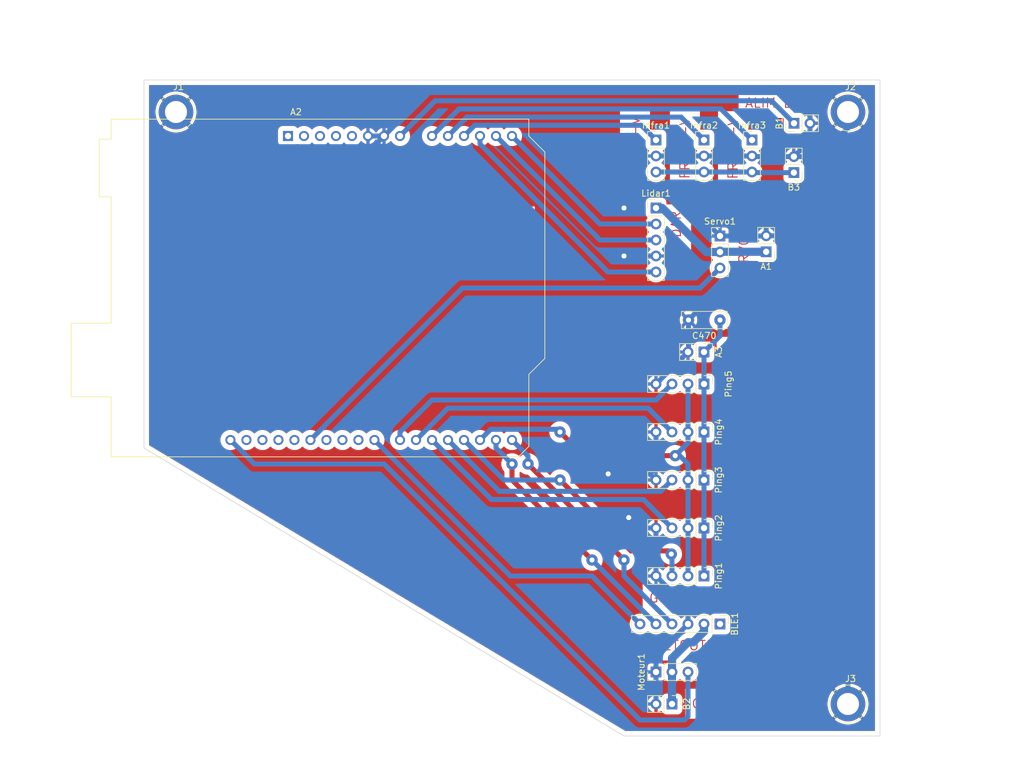
<source format=kicad_pcb>
(kicad_pcb (version 20211014) (generator pcbnew)
  (layers (0 "F.Cu" signal) (31 "B.Cu" signal) (34 "B.Paste" user) (35 "F.Paste" user) (36 "B.SilkS" user "B.Silkscreen") (37 "F.SilkS" user "F.Silkscreen") (38 "B.Mask" user) (39 "F.Mask" user) (44 "Edge.Cuts" user))
  (net 0 "")
  (net 6 "GND")
  (net 7 "/5V_Carte")
  (net 8 "/I3")
  (net 9 "/I2")
  (net 10 "/I1")
  (net 11 "/PWM_Lidar")
  (net 12 "/TX_Lidar")
  (net 13 "/RX_Lidar")
  (net 14 "/RX_BLE")
  (net 15 "/TX_BLE")
  (net 16 "/Trig_Cmd")
  (net 17 "/P1")
  (net 18 "/P3")
  (net 19 "/P2")
  (net 20 "/P4")
  (net 21 "/P5")
  (net 22 "/STATE_BLE")
  (net 26 "/Servo_Cmd")
  (net 30 "/M_Cmd")
  (net 31 "/5V_LID{slash}SRVO")
  (net 32 "/5V_BLE{slash}MOT")
  (net 34 "/5V_PNG")
  (net 35 "/5V_INF")
  (footprint "FootprintGamelGe2:C_Rect_L7.0mm_W2.5mm_P5.00mm" (layer "F.Cu") (at 200.66 88.9 180)
    (fp_text reference "C470" (at 2.5 -2.5) (layer "F.SilkS"))
    (fp_text value "C")
    (fp_line (start -1.12 1.37) (end 6.12 1.37) (layer "F.SilkS") (width 0.12))
    (fp_line (start 6.12 -1.37) (end 6.12 1.37) (layer "F.SilkS") (width 0.12))
    (fp_line (start -1.12 -1.37) (end 6.12 -1.37) (layer "F.SilkS") (width 0.12))
    (fp_line (start -1.12 -1.37) (end -1.12 1.37) (layer "F.SilkS") (width 0.12))
    (pad "1" thru_hole circle locked (at 0 0 180) (size 1.8 1.8) (drill 0.8) (layers *.Cu *.Mask) (net 34 "/5V_PNG"))
    (pad "2" thru_hole circle locked (at 5 0 180) (size 1.8 1.8) (drill 0.8) (layers *.Cu *.Mask) (net 6 "GND"))
  )
  (footprint "Connector_PinHeader_2.54mm:PinHeader_1x02_P2.54mm_Vertical" (layer "F.Cu") (at 193.04 149.86 -90)
    (fp_text reference "B2" (at 0 -2.33 90) (layer "F.SilkS"))
    (fp_text value "Conn_01x02" hide)
    (fp_line (start 1.33 1.27) (end 1.33 3.87) (layer "F.SilkS") (width 0.12))
    (fp_line (start -1.33 3.87) (end 1.33 3.87) (layer "F.SilkS") (width 0.12))
    (fp_line (start -1.33 1.27) (end 1.33 1.27) (layer "F.SilkS") (width 0.12))
    (fp_line (start -1.33 0) (end -1.33 -1.33) (layer "F.SilkS") (width 0.12))
    (fp_line (start -1.33 1.27) (end -1.33 3.87) (layer "F.SilkS") (width 0.12))
    (fp_line (start -1.33 -1.33) (end 0 -1.33) (layer "F.SilkS") (width 0.12))
    (pad "1" thru_hole rect (at 0 0 270) (size 1.7 1.7) (drill 1) (layers *.Cu *.Mask) (net 32 "/5V_BLE{slash}MOT"))
    (pad "2" thru_hole oval (at 0 2.54 270) (size 1.7 1.7) (drill 1) (layers *.Cu *.Mask) (net 6 "GND"))
  )
  (footprint "Connector_PinHeader_2.54mm:PinHeader_1x02_P2.54mm_Vertical" (layer "F.Cu") (at 198.12 93.98 -90)
    (fp_text reference "A3" (at 0 -2.33 90) (layer "F.SilkS"))
    (fp_text value "Conn_01x02" hide)
    (fp_line (start -1.33 0) (end -1.33 -1.33) (layer "F.SilkS") (width 0.12))
    (fp_line (start -1.33 1.27) (end 1.33 1.27) (layer "F.SilkS") (width 0.12))
    (fp_line (start -1.33 3.87) (end 1.33 3.87) (layer "F.SilkS") (width 0.12))
    (fp_line (start -1.33 1.27) (end -1.33 3.87) (layer "F.SilkS") (width 0.12))
    (fp_line (start 1.33 1.27) (end 1.33 3.87) (layer "F.SilkS") (width 0.12))
    (fp_line (start -1.33 -1.33) (end 0 -1.33) (layer "F.SilkS") (width 0.12))
    (pad "1" thru_hole rect (at 0 0 270) (size 1.7 1.7) (drill 1) (layers *.Cu *.Mask) (net 34 "/5V_PNG"))
    (pad "2" thru_hole oval (at 0 2.54 270) (size 1.7 1.7) (drill 1) (layers *.Cu *.Mask) (net 6 "GND"))
  )
  (footprint "Connector_PinHeader_2.54mm:PinHeader_1x04_P2.54mm_Vertical" (layer "F.Cu") (at 198.12 121.92 -90)
    (fp_text reference "Ping2" (at 0 -2.33 90) (layer "F.SilkS"))
    (fp_text value "Conn_01x04" hide)
    (fp_line (start -1.33 -1.33) (end 0 -1.33) (layer "F.SilkS") (width 0.12))
    (fp_line (start -1.33 1.27) (end -1.33 8.95) (layer "F.SilkS") (width 0.12))
    (fp_line (start -1.33 0) (end -1.33 -1.33) (layer "F.SilkS") (width 0.12))
    (fp_line (start -1.33 1.27) (end 1.33 1.27) (layer "F.SilkS") (width 0.12))
    (fp_line (start 1.33 1.27) (end 1.33 8.95) (layer "F.SilkS") (width 0.12))
    (fp_line (start -1.33 8.95) (end 1.33 8.95) (layer "F.SilkS") (width 0.12))
    (pad "1" thru_hole rect (at 0 0 270) (size 1.7 1.7) (drill 1) (layers *.Cu *.Mask) (net 34 "/5V_PNG"))
    (pad "2" thru_hole oval (at 0 2.54 270) (size 1.7 1.7) (drill 1) (layers *.Cu *.Mask) (net 16 "/Trig_Cmd"))
    (pad "3" thru_hole oval (at 0 5.08 270) (size 1.7 1.7) (drill 1) (layers *.Cu *.Mask) (net 19 "/P2"))
    (pad "4" thru_hole oval (at 0 7.62 270) (size 1.7 1.7) (drill 1) (layers *.Cu *.Mask) (net 6 "GND"))
  )
  (footprint "Connector_PinHeader_2.54mm:PinHeader_1x03_P2.54mm_Vertical" (layer "F.Cu") (at 205.74 60.325)
    (fp_text reference locked "Infra3" (at 0 -2.33) (layer "F.SilkS"))
    (fp_text value "Conn_01x03" hide)
    (fp_line (start -1.33 6.41) (end 1.33 6.41) (layer "F.SilkS") (width 0.12))
    (fp_line (start -1.33 -1.33) (end 0 -1.33) (layer "F.SilkS") (width 0.12))
    (fp_line (start -1.33 0) (end -1.33 -1.33) (layer "F.SilkS") (width 0.12))
    (fp_line (start 1.33 1.27) (end 1.33 6.41) (layer "F.SilkS") (width 0.12))
    (fp_line (start -1.33 1.27) (end -1.33 6.41) (layer "F.SilkS") (width 0.12))
    (fp_line (start -1.33 1.27) (end 1.33 1.27) (layer "F.SilkS") (width 0.12))
    (pad "1" thru_hole rect (at 0 0) (size 1.7 1.7) (drill 1) (layers *.Cu *.Mask) (net 8 "/I3"))
    (pad "2" thru_hole oval (at 0 2.54) (size 1.7 1.7) (drill 1) (layers *.Cu *.Mask) (net 6 "GND"))
    (pad "3" thru_hole oval (at 0 5.08) (size 1.7 1.7) (drill 1) (layers *.Cu *.Mask) (net 35 "/5V_INF"))
  )
  (footprint "FootprintGamelGe2:Mouting_Screw_3mm" (layer "F.Cu") (at 114.3 55.88)
    (fp_text reference "J1" (at 0.4 -4) (layer "F.SilkS"))
    (fp_text value "Mouting_Screw_3mm")
    (fp_circle (center 0 0) (end 3 0) (layer "F.SilkS") (width 0.12) (fill none))
    (pad "1" thru_hole circle locked (at 0 0) (size 5.5 5.5) (drill 3.5) (layers *.Cu *.Mask) (net 6 "GND"))
  )
  (footprint "Connector_PinHeader_2.54mm:PinHeader_1x06_P2.54mm_Vertical" (layer "F.Cu") (at 200.66 137.16 -90)
    (fp_text reference "BLE1" (at 0 -2.33 90) (layer "F.SilkS"))
    (fp_text value "Conn_01x06" hide)
    (fp_line (start -1.33 -1.33) (end 0 -1.33) (layer "F.SilkS") (width 0.12))
    (fp_line (start -1.33 1.27) (end -1.33 14.03) (layer "F.SilkS") (width 0.12))
    (fp_line (start -1.33 0) (end -1.33 -1.33) (layer "F.SilkS") (width 0.12))
    (fp_line (start -1.33 14.03) (end 1.33 14.03) (layer "F.SilkS") (width 0.12))
    (fp_line (start -1.33 1.27) (end 1.33 1.27) (layer "F.SilkS") (width 0.12))
    (fp_line (start 1.33 1.27) (end 1.33 14.03) (layer "F.SilkS") (width 0.12))
    (pad "1" thru_hole rect (at 0 0 270) (size 1.7 1.7) (drill 1) (layers *.Cu *.Mask))
    (pad "2" thru_hole oval (at 0 2.54 270) (size 1.7 1.7) (drill 1) (layers *.Cu *.Mask) (net 32 "/5V_BLE{slash}MOT"))
    (pad "3" thru_hole oval (at 0 5.08 270) (size 1.7 1.7) (drill 1) (layers *.Cu *.Mask) (net 6 "GND"))
    (pad "4" thru_hole oval (at 0 7.62 270) (size 1.7 1.7) (drill 1) (layers *.Cu *.Mask) (net 15 "/TX_BLE"))
    (pad "5" thru_hole oval (at 0 10.16 270) (size 1.7 1.7) (drill 1) (layers *.Cu *.Mask) (net 14 "/RX_BLE"))
    (pad "6" thru_hole oval (at 0 12.7 270) (size 1.7 1.7) (drill 1) (layers *.Cu *.Mask) (net 22 "/STATE_BLE"))
  )
  (footprint "Connector_PinHeader_2.54mm:PinHeader_1x04_P2.54mm_Vertical" (layer "F.Cu") (at 198.12 129.54 -90)
    (fp_text reference "Ping1" (at 0 -2.33 90) (layer "F.SilkS"))
    (fp_text value "Conn_01x04" hide)
    (fp_line (start -1.33 -1.33) (end 0 -1.33) (layer "F.SilkS") (width 0.12))
    (fp_line (start 1.33 1.27) (end 1.33 8.95) (layer "F.SilkS") (width 0.12))
    (fp_line (start -1.33 0) (end -1.33 -1.33) (layer "F.SilkS") (width 0.12))
    (fp_line (start -1.33 8.95) (end 1.33 8.95) (layer "F.SilkS") (width 0.12))
    (fp_line (start -1.33 1.27) (end -1.33 8.95) (layer "F.SilkS") (width 0.12))
    (fp_line (start -1.33 1.27) (end 1.33 1.27) (layer "F.SilkS") (width 0.12))
    (pad "1" thru_hole rect (at 0 0 270) (size 1.7 1.7) (drill 1) (layers *.Cu *.Mask) (net 34 "/5V_PNG"))
    (pad "2" thru_hole oval (at 0 2.54 270) (size 1.7 1.7) (drill 1) (layers *.Cu *.Mask) (net 16 "/Trig_Cmd"))
    (pad "3" thru_hole oval (at 0 5.08 270) (size 1.7 1.7) (drill 1) (layers *.Cu *.Mask) (net 17 "/P1"))
    (pad "4" thru_hole oval (at 0 7.62 270) (size 1.7 1.7) (drill 1) (layers *.Cu *.Mask) (net 6 "GND"))
  )
  (footprint "Connector_PinHeader_2.54mm:PinHeader_1x02_P2.54mm_Vertical" (layer "F.Cu") (at 212.40985 57.667361 90)
    (fp_text reference "B1" (at 0 -2.33 90) (layer "F.SilkS"))
    (fp_text value "Conn_01x02" hide)
    (fp_line (start -1.33 1.27) (end 1.33 1.27) (layer "F.SilkS") (width 0.12))
    (fp_line (start -1.33 1.27) (end -1.33 3.87) (layer "F.SilkS") (width 0.12))
    (fp_line (start -1.33 0) (end -1.33 -1.33) (layer "F.SilkS") (width 0.12))
    (fp_line (start -1.33 3.87) (end 1.33 3.87) (layer "F.SilkS") (width 0.12))
    (fp_line (start -1.33 -1.33) (end 0 -1.33) (layer "F.SilkS") (width 0.12))
    (fp_line (start 1.33 1.27) (end 1.33 3.87) (layer "F.SilkS") (width 0.12))
    (pad "1" thru_hole rect (at 0 0 90) (size 1.7 1.7) (drill 1) (layers *.Cu *.Mask) (net 7 "/5V_Carte"))
    (pad "2" thru_hole oval (at 0 2.54 90) (size 1.7 1.7) (drill 1) (layers *.Cu *.Mask) (net 6 "GND"))
  )
  (footprint "Module:Arduino_UNO_R3" (layer "F.Cu") (at 132.08 59.69)
    (fp_text reference "A2" (at 1.27 -3.81 180) (layer "F.SilkS"))
    (fp_text value "Arduino_UNO_R3")
    (fp_line (start 40.77 35.31) (end 40.77 2.54) (layer "F.SilkS") (width 0.12))
    (fp_line (start -29.97 9.65) (end -28.07 9.65) (layer "F.SilkS") (width 0.12))
    (fp_line (start 38.23 49.28) (end 38.23 37.85) (layer "F.SilkS") (width 0.12))
    (fp_line (start -34.42 29.72) (end -34.42 41.4) (layer "F.SilkS") (width 0.12))
    (fp_line (start -28.07 9.65) (end -28.07 29.72) (layer "F.SilkS") (width 0.12))
    (fp_line (start 38.23 37.85) (end 40.77 35.31) (layer "F.SilkS") (width 0.12))
    (fp_line (start -34.42 41.4) (end -28.07 41.4) (layer "F.SilkS") (width 0.12))
    (fp_line (start -28.07 0.51) (end -29.97 0.51) (layer "F.SilkS") (width 0.12))
    (fp_line (start -28.07 50.93) (end 36.58 50.93) (layer "F.SilkS") (width 0.12))
    (fp_line (start -28.07 -2.67) (end -28.07 0.51) (layer "F.SilkS") (width 0.12))
    (fp_line (start 38.23 0) (end 38.23 -2.67) (layer "F.SilkS") (width 0.12))
    (fp_line (start -28.07 41.4) (end -28.07 50.93) (layer "F.SilkS") (width 0.12))
    (fp_line (start 38.23 -2.67) (end -28.07 -2.67) (layer "F.SilkS") (width 0.12))
    (fp_line (start 36.58 50.93) (end 38.23 49.28) (layer "F.SilkS") (width 0.12))
    (fp_line (start -29.97 0.51) (end -29.97 9.65) (layer "F.SilkS") (width 0.12))
    (fp_line (start 40.77 2.54) (end 38.23 0) (layer "F.SilkS") (width 0.12))
    (fp_line (start -28.07 29.72) (end -34.42 29.72) (layer "F.SilkS") (width 0.12))
    (pad "1" thru_hole rect (at 0 0 90) (size 1.6 1.6) (drill 1) (layers *.Cu *.Mask))
    (pad "2" thru_hole oval (at 2.54 0 90) (size 1.6 1.6) (drill 1) (layers *.Cu *.Mask))
    (pad "3" thru_hole oval (at 5.08 0 90) (size 1.6 1.6) (drill 1) (layers *.Cu *.Mask))
    (pad "4" thru_hole oval (at 7.62 0 90) (size 1.6 1.6) (drill 1) (layers *.Cu *.Mask))
    (pad "5" thru_hole oval (at 10.16 0 90) (size 1.6 1.6) (drill 1) (layers *.Cu *.Mask))
    (pad "6" thru_hole oval (at 12.7 0 90) (size 1.6 1.6) (drill 1) (layers *.Cu *.Mask) (net 6 "GND"))
    (pad "7" thru_hole oval (at 15.24 0 90) (size 1.6 1.6) (drill 1) (layers *.Cu *.Mask) (net 6 "GND"))
    (pad "8" thru_hole oval (at 17.78 0 90) (size 1.6 1.6) (drill 1) (layers *.Cu *.Mask) (net 7 "/5V_Carte"))
    (pad "9" thru_hole oval (at 22.86 0 90) (size 1.6 1.6) (drill 1) (layers *.Cu *.Mask) (net 8 "/I3"))
    (pad "10" thru_hole oval (at 25.4 0 90) (size 1.6 1.6) (drill 1) (layers *.Cu *.Mask) (net 9 "/I2"))
    (pad "11" thru_hole oval (at 27.94 0 90) (size 1.6 1.6) (drill 1) (layers *.Cu *.Mask) (net 10 "/I1"))
    (pad "12" thru_hole oval (at 30.48 0 90) (size 1.6 1.6) (drill 1) (layers *.Cu *.Mask) (net 11 "/PWM_Lidar"))
    (pad "13" thru_hole oval (at 33.02 0 90) (size 1.6 1.6) (drill 1) (layers *.Cu *.Mask) (net 13 "/RX_Lidar"))
    (pad "14" thru_hole oval (at 35.56 0 90) (size 1.6 1.6) (drill 1) (layers *.Cu *.Mask) (net 12 "/TX_Lidar"))
    (pad "15" thru_hole oval (at 35.56 48.26 90) (size 1.6 1.6) (drill 1) (layers *.Cu *.Mask) (net 15 "/TX_BLE"))
    (pad "16" thru_hole oval (at 33.02 48.26 90) (size 1.6 1.6) (drill 1) (layers *.Cu *.Mask) (net 14 "/RX_BLE"))
    (pad "17" thru_hole oval (at 30.48 48.26 90) (size 1.6 1.6) (drill 1) (layers *.Cu *.Mask) (net 16 "/Trig_Cmd"))
    (pad "18" thru_hole oval (at 27.94 48.26 90) (size 1.6 1.6) (drill 1) (layers *.Cu *.Mask) (net 17 "/P1"))
    (pad "19" thru_hole oval (at 25.4 48.26 90) (size 1.6 1.6) (drill 1) (layers *.Cu *.Mask) (net 18 "/P3"))
    (pad "20" thru_hole oval (at 22.86 48.26 90) (size 1.6 1.6) (drill 1) (layers *.Cu *.Mask) (net 19 "/P2"))
    (pad "21" thru_hole oval (at 20.32 48.26 90) (size 1.6 1.6) (drill 1) (layers *.Cu *.Mask) (net 20 "/P4"))
    (pad "22" thru_hole oval (at 17.78 48.26 90) (size 1.6 1.6) (drill 1) (layers *.Cu *.Mask) (net 21 "/P5"))
    (pad "23" thru_hole oval (at 13.72 48.26 90) (size 1.6 1.6) (drill 1) (layers *.Cu *.Mask) (net 22 "/STATE_BLE"))
    (pad "24" thru_hole oval (at 11.18 48.26 90) (size 1.6 1.6) (drill 1) (layers *.Cu *.Mask))
    (pad "25" thru_hole oval (at 8.64 48.26 90) (size 1.6 1.6) (drill 1) (layers *.Cu *.Mask))
    (pad "26" thru_hole oval (at 6.1 48.26 90) (size 1.6 1.6) (drill 1) (layers *.Cu *.Mask))
    (pad "27" thru_hole oval (at 3.56 48.26 90) (size 1.6 1.6) (drill 1) (layers *.Cu *.Mask) (net 26 "/Servo_Cmd"))
    (pad "28" thru_hole oval (at 1.02 48.26 90) (size 1.6 1.6) (drill 1) (layers *.Cu *.Mask))
    (pad "29" thru_hole oval (at -1.52 48.26 90) (size 1.6 1.6) (drill 1) (layers *.Cu *.Mask))
    (pad "30" thru_hole oval (at -4.06 48.26 90) (size 1.6 1.6) (drill 1) (layers *.Cu *.Mask))
    (pad "31" thru_hole oval (at -6.6 48.26 90) (size 1.6 1.6) (drill 1) (layers *.Cu *.Mask))
    (pad "32" thru_hole oval (at -9.14 48.26 90) (size 1.6 1.6) (drill 1) (layers *.Cu *.Mask) (net 30 "/M_Cmd"))
  )
  (footprint "Connector_PinHeader_2.54mm:PinHeader_1x03_P2.54mm_Vertical" (layer "F.Cu") (at 190.5 144.78 90)
    (fp_text reference "Moteur1" (at 0 -2.33 90) (layer "F.SilkS"))
    (fp_text value "Conn_01x03" hide)
    (fp_line (start -1.33 0) (end -1.33 -1.33) (layer "F.SilkS") (width 0.12))
    (fp_line (start -1.33 1.27) (end 1.33 1.27) (layer "F.SilkS") (width 0.12))
    (fp_line (start -1.33 -1.33) (end 0 -1.33) (layer "F.SilkS") (width 0.12))
    (fp_line (start -1.33 6.41) (end 1.33 6.41) (layer "F.SilkS") (width 0.12))
    (fp_line (start -1.33 1.27) (end -1.33 6.41) (layer "F.SilkS") (width 0.12))
    (fp_line (start 1.33 1.27) (end 1.33 6.41) (layer "F.SilkS") (width 0.12))
    (pad "1" thru_hole rect (at 0 0 90) (size 1.7 1.7) (drill 1) (layers *.Cu *.Mask) (net 6 "GND"))
    (pad "2" thru_hole oval (at 0 2.54 90) (size 1.7 1.7) (drill 1) (layers *.Cu *.Mask) (net 32 "/5V_BLE{slash}MOT"))
    (pad "3" thru_hole oval (at 0 5.08 90) (size 1.7 1.7) (drill 1) (layers *.Cu *.Mask) (net 30 "/M_Cmd"))
  )
  (footprint "FootprintGamelGe2:Mouting_Screw_3mm" (layer "F.Cu") (at 220.98 55.88)
    (fp_text reference "J2" (at 0.4 -4) (layer "F.SilkS"))
    (fp_text value "Mouting_Screw_3mm")
    (fp_circle (center 0 0) (end 3 0) (layer "F.SilkS") (width 0.12) (fill none))
    (pad "1" thru_hole circle locked (at 0 0) (size 5.5 5.5) (drill 3.5) (layers *.Cu *.Mask) (net 6 "GND"))
  )
  (footprint "Connector_PinHeader_2.54mm:PinHeader_1x02_P2.54mm_Vertical" (layer "F.Cu") (at 212.38252 65.501284 180)
    (fp_text reference "B3" (at 0 -2.33) (layer "F.SilkS"))
    (fp_text value "Conn_01x02" hide)
    (fp_line (start -1.33 0) (end -1.33 -1.33) (layer "F.SilkS") (width 0.12))
    (fp_line (start -1.33 1.27) (end -1.33 3.87) (layer "F.SilkS") (width 0.12))
    (fp_line (start -1.33 1.27) (end 1.33 1.27) (layer "F.SilkS") (width 0.12))
    (fp_line (start -1.33 -1.33) (end 0 -1.33) (layer "F.SilkS") (width 0.12))
    (fp_line (start 1.33 1.27) (end 1.33 3.87) (layer "F.SilkS") (width 0.12))
    (fp_line (start -1.33 3.87) (end 1.33 3.87) (layer "F.SilkS") (width 0.12))
    (pad "1" thru_hole rect (at 0 0 180) (size 1.7 1.7) (drill 1) (layers *.Cu *.Mask) (net 35 "/5V_INF"))
    (pad "2" thru_hole oval (at 0 2.54 180) (size 1.7 1.7) (drill 1) (layers *.Cu *.Mask) (net 6 "GND"))
  )
  (footprint "Connector_PinHeader_2.54mm:PinHeader_1x03_P2.54mm_Vertical" (layer "F.Cu") (at 200.66 75.565)
    (fp_text reference "Servo1" (at 0 -2.33) (layer "F.SilkS"))
    (fp_text value "Conn_01x03" hide)
    (fp_line (start -1.33 -1.33) (end 0 -1.33) (layer "F.SilkS") (width 0.12))
    (fp_line (start -1.33 1.27) (end 1.33 1.27) (layer "F.SilkS") (width 0.12))
    (fp_line (start 1.33 1.27) (end 1.33 6.41) (layer "F.SilkS") (width 0.12))
    (fp_line (start -1.33 0) (end -1.33 -1.33) (layer "F.SilkS") (width 0.12))
    (fp_line (start -1.33 6.41) (end 1.33 6.41) (layer "F.SilkS") (width 0.12))
    (fp_line (start -1.33 1.27) (end -1.33 6.41) (layer "F.SilkS") (width 0.12))
    (pad "1" thru_hole rect (at 0 0) (size 1.7 1.7) (drill 1) (layers *.Cu *.Mask) (net 6 "GND"))
    (pad "2" thru_hole oval (at 0 2.54) (size 1.7 1.7) (drill 1) (layers *.Cu *.Mask) (net 31 "/5V_LID{slash}SRVO"))
    (pad "3" thru_hole oval (at 0 5.08) (size 1.7 1.7) (drill 1) (layers *.Cu *.Mask) (net 26 "/Servo_Cmd"))
  )
  (footprint "Connector_PinHeader_2.54mm:PinHeader_1x03_P2.54mm_Vertical" (layer "F.Cu") (at 190.5 60.325)
    (fp_text reference "Infra1" (at 0 -2.33) (layer "F.SilkS"))
    (fp_text value "Conn_01x03" hide)
    (fp_line (start -1.33 1.27) (end 1.33 1.27) (layer "F.SilkS") (width 0.12))
    (fp_line (start -1.33 6.41) (end 1.33 6.41) (layer "F.SilkS") (width 0.12))
    (fp_line (start -1.33 1.27) (end -1.33 6.41) (layer "F.SilkS") (width 0.12))
    (fp_line (start -1.33 0) (end -1.33 -1.33) (layer "F.SilkS") (width 0.12))
    (fp_line (start 1.33 1.27) (end 1.33 6.41) (layer "F.SilkS") (width 0.12))
    (fp_line (start -1.33 -1.33) (end 0 -1.33) (layer "F.SilkS") (width 0.12))
    (pad "1" thru_hole rect (at 0 0) (size 1.7 1.7) (drill 1) (layers *.Cu *.Mask) (net 10 "/I1"))
    (pad "2" thru_hole oval (at 0 2.54) (size 1.7 1.7) (drill 1) (layers *.Cu *.Mask) (net 6 "GND"))
    (pad "3" thru_hole oval (at 0 5.08) (size 1.7 1.7) (drill 1) (layers *.Cu *.Mask) (net 35 "/5V_INF"))
  )
  (footprint "FootprintGamelGe2:Mouting_Screw_3mm" (layer "F.Cu") (at 220.98 149.86)
    (fp_text reference "J3" (at 0.4 -4) (layer "F.SilkS"))
    (fp_text value "Mouting_Screw_3mm")
    (fp_circle (center 0 0) (end 3 0) (layer "F.SilkS") (width 0.12) (fill none))
    (pad "1" thru_hole circle locked (at 0 0) (size 5.5 5.5) (drill 3.5) (layers *.Cu *.Mask) (net 6 "GND"))
  )
  (footprint "Connector_PinHeader_2.54mm:PinHeader_1x04_P2.54mm_Vertical" (layer "F.Cu") (at 198.12 99.06 -90)
    (fp_text reference "Ping5" (at 0 -3.875693 90) (layer "F.SilkS"))
    (fp_text value "Conn_01x04" hide)
    (fp_line (start -1.33 0) (end -1.33 -1.33) (layer "F.SilkS") (width 0.12))
    (fp_line (start -1.33 1.27) (end 1.33 1.27) (layer "F.SilkS") (width 0.12))
    (fp_line (start -1.33 -1.33) (end 0 -1.33) (layer "F.SilkS") (width 0.12))
    (fp_line (start -1.33 8.95) (end 1.33 8.95) (layer "F.SilkS") (width 0.12))
    (fp_line (start 1.33 1.27) (end 1.33 8.95) (layer "F.SilkS") (width 0.12))
    (fp_line (start -1.33 1.27) (end -1.33 8.95) (layer "F.SilkS") (width 0.12))
    (pad "1" thru_hole rect (at 0 0 270) (size 1.7 1.7) (drill 1) (layers *.Cu *.Mask) (net 34 "/5V_PNG"))
    (pad "2" thru_hole oval (at 0 2.54 270) (size 1.7 1.7) (drill 1) (layers *.Cu *.Mask) (net 16 "/Trig_Cmd"))
    (pad "3" thru_hole oval (at 0 5.08 270) (size 1.7 1.7) (drill 1) (layers *.Cu *.Mask) (net 21 "/P5"))
    (pad "4" thru_hole oval (at 0 7.62 270) (size 1.7 1.7) (drill 1) (layers *.Cu *.Mask) (net 6 "GND"))
  )
  (footprint "Connector_PinHeader_2.54mm:PinHeader_1x03_P2.54mm_Vertical" (layer "F.Cu") (at 198.12 60.325)
    (fp_text reference "Infra2" (at 0 -2.33) (layer "F.SilkS"))
    (fp_text value "Conn_01x03" hide)
    (fp_line (start -1.33 6.41) (end 1.33 6.41) (layer "F.SilkS") (width 0.12))
    (fp_line (start 1.33 1.27) (end 1.33 6.41) (layer "F.SilkS") (width 0.12))
    (fp_line (start -1.33 0) (end -1.33 -1.33) (layer "F.SilkS") (width 0.12))
    (fp_line (start -1.33 -1.33) (end 0 -1.33) (layer "F.SilkS") (width 0.12))
    (fp_line (start -1.33 1.27) (end 1.33 1.27) (layer "F.SilkS") (width 0.12))
    (fp_line (start -1.33 1.27) (end -1.33 6.41) (layer "F.SilkS") (width 0.12))
    (pad "1" thru_hole rect (at 0 0) (size 1.7 1.7) (drill 1) (layers *.Cu *.Mask) (net 9 "/I2"))
    (pad "2" thru_hole oval (at 0 2.54) (size 1.7 1.7) (drill 1) (layers *.Cu *.Mask) (net 6 "GND"))
    (pad "3" thru_hole oval (at 0 5.08) (size 1.7 1.7) (drill 1) (layers *.Cu *.Mask) (net 35 "/5V_INF"))
  )
  (footprint "Connector_PinHeader_2.54mm:PinHeader_1x04_P2.54mm_Vertical" (layer "F.Cu") (at 198.12 106.68 -90)
    (fp_text reference "Ping4" (at 0 -2.33 90) (layer "F.SilkS"))
    (fp_text value "Conn_01x04" hide)
    (fp_line (start -1.33 0) (end -1.33 -1.33) (layer "F.SilkS") (width 0.12))
    (fp_line (start -1.33 -1.33) (end 0 -1.33) (layer "F.SilkS") (width 0.12))
    (fp_line (start -1.33 1.27) (end -1.33 8.95) (layer "F.SilkS") (width 0.12))
    (fp_line (start -1.33 8.95) (end 1.33 8.95) (layer "F.SilkS") (width 0.12))
    (fp_line (start 1.33 1.27) (end 1.33 8.95) (layer "F.SilkS") (width 0.12))
    (fp_line (start -1.33 1.27) (end 1.33 1.27) (layer "F.SilkS") (width 0.12))
    (pad "1" thru_hole rect (at 0 0 270) (size 1.7 1.7) (drill 1) (layers *.Cu *.Mask) (net 34 "/5V_PNG"))
    (pad "2" thru_hole oval (at 0 2.54 270) (size 1.7 1.7) (drill 1) (layers *.Cu *.Mask) (net 16 "/Trig_Cmd"))
    (pad "3" thru_hole oval (at 0 5.08 270) (size 1.7 1.7) (drill 1) (layers *.Cu *.Mask) (net 20 "/P4"))
    (pad "4" thru_hole oval (at 0 7.62 270) (size 1.7 1.7) (drill 1) (layers *.Cu *.Mask) (net 6 "GND"))
  )
  (footprint "Connector_PinHeader_2.54mm:PinHeader_1x04_P2.54mm_Vertical" (layer "F.Cu") (at 198.12 114.3 -90)
    (fp_text reference "Ping3" (at 0 -2.33 90) (layer "F.SilkS"))
    (fp_text value "Conn_01x04" hide)
    (fp_line (start -1.33 0) (end -1.33 -1.33) (layer "F.SilkS") (width 0.12))
    (fp_line (start -1.33 1.27) (end -1.33 8.95) (layer "F.SilkS") (width 0.12))
    (fp_line (start -1.33 -1.33) (end 0 -1.33) (layer "F.SilkS") (width 0.12))
    (fp_line (start 1.33 1.27) (end 1.33 8.95) (layer "F.SilkS") (width 0.12))
    (fp_line (start -1.33 8.95) (end 1.33 8.95) (layer "F.SilkS") (width 0.12))
    (fp_line (start -1.33 1.27) (end 1.33 1.27) (layer "F.SilkS") (width 0.12))
    (pad "1" thru_hole rect (at 0 0 270) (size 1.7 1.7) (drill 1) (layers *.Cu *.Mask) (net 34 "/5V_PNG"))
    (pad "2" thru_hole oval (at 0 2.54 270) (size 1.7 1.7) (drill 1) (layers *.Cu *.Mask) (net 16 "/Trig_Cmd"))
    (pad "3" thru_hole oval (at 0 5.08 270) (size 1.7 1.7) (drill 1) (layers *.Cu *.Mask) (net 18 "/P3"))
    (pad "4" thru_hole oval (at 0 7.62 270) (size 1.7 1.7) (drill 1) (layers *.Cu *.Mask) (net 6 "GND"))
  )
  (footprint "Connector_PinHeader_2.54mm:PinHeader_1x02_P2.54mm_Vertical" (layer "F.Cu") (at 207.99113 78.070643 180)
    (fp_text reference "A1" (at 0 -2.33) (layer "F.SilkS"))
    (fp_text value "Conn_01x02" hide)
    (fp_line (start -1.33 -1.33) (end 0 -1.33) (layer "F.SilkS") (width 0.12))
    (fp_line (start -1.33 3.87) (end 1.33 3.87) (layer "F.SilkS") (width 0.12))
    (fp_line (start -1.33 0) (end -1.33 -1.33) (layer "F.SilkS") (width 0.12))
    (fp_line (start 1.33 1.27) (end 1.33 3.87) (layer "F.SilkS") (width 0.12))
    (fp_line (start -1.33 1.27) (end -1.33 3.87) (layer "F.SilkS") (width 0.12))
    (fp_line (start -1.33 1.27) (end 1.33 1.27) (layer "F.SilkS") (width 0.12))
    (pad "1" thru_hole rect (at 0 0 180) (size 1.7 1.7) (drill 1) (layers *.Cu *.Mask) (net 31 "/5V_LID{slash}SRVO"))
    (pad "2" thru_hole oval (at 0 2.54 180) (size 1.7 1.7) (drill 1) (layers *.Cu *.Mask) (net 6 "GND"))
  )
  (footprint "Connector_PinHeader_2.54mm:PinHeader_1x05_P2.54mm_Vertical" (layer "F.Cu") (at 190.5 71.12)
    (fp_text reference "Lidar1" (at 0 -2.33) (layer "F.SilkS"))
    (fp_text value "Conn_01x05" hide)
    (fp_line (start -1.33 1.27) (end 1.33 1.27) (layer "F.SilkS") (width 0.12))
    (fp_line (start -1.33 0) (end -1.33 -1.33) (layer "F.SilkS") (width 0.12))
    (fp_line (start -1.33 -1.33) (end 0 -1.33) (layer "F.SilkS") (width 0.12))
    (fp_line (start -1.33 11.49) (end 1.33 11.49) (layer "F.SilkS") (width 0.12))
    (fp_line (start 1.33 1.27) (end 1.33 11.49) (layer "F.SilkS") (width 0.12))
    (fp_line (start -1.33 1.27) (end -1.33 11.49) (layer "F.SilkS") (width 0.12))
    (pad "1" thru_hole rect (at 0 0) (size 1.7 1.7) (drill 1) (layers *.Cu *.Mask) (net 31 "/5V_LID{slash}SRVO"))
    (pad "2" thru_hole oval (at 0 2.54) (size 1.7 1.7) (drill 1) (layers *.Cu *.Mask) (net 12 "/TX_Lidar"))
    (pad "3" thru_hole oval (at 0 5.08) (size 1.7 1.7) (drill 1) (layers *.Cu *.Mask) (net 13 "/RX_Lidar"))
    (pad "4" thru_hole oval (at 0 7.62) (size 1.7 1.7) (drill 1) (layers *.Cu *.Mask) (net 6 "GND"))
    (pad "5" thru_hole oval (at 0 10.16) (size 1.7 1.7) (drill 1) (layers *.Cu *.Mask) (net 11 "/PWM_Lidar"))
  )
  (gr_poly (pts (xy 226.06 154.94) (xy 185.42 154.94) (xy 109.22 109.22) (xy 109.22 50.8) (xy 226.06 50.8)) (layer "Edge.Cuts") (width 0.1) (fill none))
  (gr_text "INFRA 1-V\n" (at 187.163541 62.673015 90) (layer "F.Cu") (effects (font (size 1.5 1.5))))
  (gr_text "G-PING 2\n" (at 206.10325 121.973743) (layer "F.Cu") (effects (font (size 1.5 1.5))))
  (gr_text "ALIM B3-G" (at 215.72966 65.961034 90) (layer "F.Cu") (effects (font (size 1.5 1.5))))
  (gr_text "G-PING 5" (at 205.998313 99.097528) (layer "F.Cu") (effects (font (size 1.5 1.5))))
  (gr_text "INFRA 2-V" (at 195.092096 62.766292 90) (layer "F.Cu") (effects (font (size 1.5 1.5))))
  (gr_text "G-ALIM A1\n" (at 211.455025 77.445576 90) (layer "F.Cu") (effects (font (size 1.5 1.5))))
  (gr_text "G-MOTEUR\n" (at 204.074473 144.78) (layer "F.Cu") (effects (font (size 1.5 1.5))))
  (gr_text "BLUETOOTH-G" (at 195.376178 140.56866) (layer "F.Cu") (effects (font (size 1.5 1.5))))
  (gr_text "ALIM B1-G\n" (at 210.82 54.441309) (layer "F.Cu") (effects (font (size 1.5 1.5))))
  (gr_text "SERVO-G\n" (at 204.449808 77.449808 90) (layer "F.Cu") (effects (font (size 1.5 1.5))))
  (gr_text "G-PING 1\n" (at 195.018968 133.004972) (layer "F.Cu") (effects (font (size 1.5 1.5))))
  (gr_text "G-LIDAR\n" (at 193.692939 76.361433 90) (layer "F.Cu") (effects (font (size 1.5 1.5))))
  (gr_text "G-PING 4" (at 205.998313 106.722933) (layer "F.Cu") (effects (font (size 1.5 1.5))))
  (gr_text "SaphTeamRacing - Carte adaptation" (at 142.24 73.66) (layer "F.Cu") (effects (font (size 2 2))))
  (gr_text "G-PING 3\n" (at 206.243166 114.488254) (layer "F.Cu") (effects (font (size 1.5 1.5))))
  (gr_text "G-ALIM B2" (at 202.335488 149.81188) (layer "F.Cu") (effects (font (size 1.5 1.5))))
  (gr_text "G-ALim A3" (at 207.362491 93.955627) (layer "F.Cu") (effects (font (size 1.5 1.5))))
  (gr_text "INFRA 3-V" (at 202.723436 62.808714 90) (layer "F.Cu") (effects (font (size 1.5 1.5))))
  (segment (start 185.42 71.12) (end 185.42 78.74) (width 0.8) (layer "F.Cu") (net 6))
  (segment (start 186.169305 116.595413) (end 182.908155 113.334263) (width 0.8) (layer "F.Cu") (net 6))
  (segment (start 186.169305 120.264207) (end 186.169305 116.595413) (width 0.8) (layer "F.Cu") (net 6))
  (via (at 185.42 78.74) (size 1.8) (drill 0.8) (layers "F.Cu" "B.Cu") (net 6))
  (via (at 186.169305 120.264207) (size 1.8) (drill 0.8) (layers "F.Cu" "B.Cu") (net 6))
  (via (at 182.908155 113.334263) (size 1.8) (drill 0.8) (layers "F.Cu" "B.Cu") (net 6))
  (via (at 185.42 71.12) (size 1.8) (drill 0.8) (layers "F.Cu" "B.Cu") (net 6))
  (segment (start 205.836284 62.961284) (end 205.74 62.865) (width 0.8) (layer "B.Cu") (net 6))
  (segment (start 208.28 83.82) (end 210.82 86.36) (width 0.8) (layer "B.Cu") (net 6))
  (segment (start 189.534263 113.334263) (end 190.5 112.368526) (width 0.8) (layer "B.Cu") (net 6))
  (segment (start 214.94985 60.393954) (end 212.38252 62.961284) (width 0.8) (layer "B.Cu") (net 6))
  (segment (start 205.74 62.865) (end 198.12 62.865) (width 0.8) (layer "B.Cu") (net 6))
  (segment (start 182.908155 113.334263) (end 189.534263 113.334263) (width 0.8) (layer "B.Cu") (net 6))
  (segment (start 200.66 75.565) (end 207.956773 75.565) (width 0.8) (layer "B.Cu") (net 6))
  (segment (start 210.82 129.54) (end 220.98 139.7) (width 0.8) (layer "B.Cu") (net 6))
  (segment (start 187.96 68.58) (end 185.42 71.12) (width 0.8) (layer "B.Cu") (net 6))
  (segment (start 195.66 93.9) (end 195.58 93.98) (width 0.8) (layer "B.Cu") (net 6))
  (segment (start 211.276981 52.792411) (end 154.217589 52.792411) (width 0.8) (layer "B.Cu") (net 6))
  (segment (start 190.5 129.54) (end 190.5 121.92) (width 0.8) (layer "B.Cu") (net 6))
  (segment (start 207.99113 75.530643) (end 210.150643 75.530643) (width 0.8) (layer "B.Cu") (net 6))
  (segment (start 215.9 63.5) (end 215.9 68.58) (width 0.8) (layer "B.Cu") (net 6))
  (segment (start 212.38252 62.961284) (end 205.836284 62.961284) (width 0.8) (layer "B.Cu") (net 6))
  (segment (start 210.150643 75.530643) (end 210.82 76.2) (width 0.8) (layer "B.Cu") (net 6))
  (segment (start 214.94985 57.667361) (end 214.94985 60.393954) (width 0.8) (layer "B.Cu") (net 6))
  (segment (start 190.5 142.24) (end 195.58 137.16) (width 0.8) (layer "B.Cu") (net 6))
  (segment (start 210.82 86.36) (end 210.82 129.54) (width 0.8) (layer "B.Cu") (net 6))
  (segment (start 210.82 81.28) (end 208.28 83.82) (width 0.8) (layer "B.Cu") (net 6))
  (segment (start 193.675 68.58) (end 187.96 68.58) (width 0.8) (layer "B.Cu") (net 6))
  (segment (start 220.98 58.42) (end 215.9 63.5) (width 0.8) (layer "B.Cu") (net 6))
  (segment (start 190.5 144.78) (end 190.5 142.24) (width 0.8) (layer "B.Cu") (net 6))
  (segment (start 208.28 132.08) (end 210.82 129.54) (width 0.8) (layer "B.Cu") (net 6))
  (segment (start 190.5 62.865) (end 198.12 62.865) (width 0.8) (layer "B.Cu") (net 6))
  (segment (start 209.827596 69.572404) (end 207.99113 71.40887) (width 0.8) (layer "B.Cu") (net 6))
  (segment (start 145.620489 61.389511) (end 119.809511 61.389511) (width 0.8) (layer "B.Cu") (net 6))
  (segment (start 220.98 139.7) (end 220.98 149.86) (width 0.8) (layer "B.Cu") (net 6))
  (segment (start 147.32 59.69) (end 145.620489 61.389511) (width 0.8) (layer "B.Cu") (net 6))
  (segment (start 154.217589 52.792411) (end 147.32 59.69) (width 0.8) (layer "B.Cu") (net 6))
  (segment (start 198.12 132.08) (end 208.28 132.08) (width 0.8) (layer "B.Cu") (net 6))
  (segment (start 212.38252 62.961284) (end 215.361284 62.961284) (width 0.8) (layer "B.Cu") (net 6))
  (segment (start 210.82 76.2) (end 210.82 81.28) (width 0.8) (layer "B.Cu") (net 6))
  (segment (start 195.58 93.98) (end 190.5 99.06) (width 0.8) (layer "B.Cu") (net 6))
  (segment (start 200.66 75.565) (end 193.675 68.58) (width 0.8) (layer "B.Cu") (net 6))
  (segment (start 185.42 78.74) (end 190.5 78.74) (width 0.8) (layer "B.Cu") (net 6))
  (segment (start 190.5 149.86) (end 190.5 144.78) (width 0.8) (layer "B.Cu") (net 6))
  (segment (start 207.99113 71.40887) (end 207.99113 75.530643) (width 0.8) (layer "B.Cu") (net 6))
  (segment (start 215.361284 62.961284) (end 215.9 63.5) (width 0.8) (layer "B.Cu") (net 6))
  (segment (start 207.956773 75.565) (end 207.99113 75.530643) (width 0.8) (layer "B.Cu") (net 6))
  (segment (start 214.94985 56.46528) (end 211.276981 52.792411) (width 0.8) (layer "B.Cu") (net 6))
  (segment (start 147.32 59.69) (end 144.78 59.69) (width 0.8) (layer "B.Cu") (net 6))
  (segment (start 189.534263 113.334263) (end 190.5 114.3) (width 0.8) (layer "B.Cu") (net 6))
  (segment (start 187.825098 121.92) (end 186.169305 120.264207) (width 0.8) (layer "B.Cu") (net 6))
  (segment (start 200.74 83.82) (end 195.66 88.9) (width 0.8) (layer "B.Cu") (net 6))
  (segment (start 208.28 83.82) (end 200.74 83.82) (width 0.8) (layer "B.Cu") (net 6))
  (segment (start 195.66 88.9) (end 195.66 93.9) (width 0.8) (layer "B.Cu") (net 6))
  (segment (start 119.809511 61.389511) (end 114.3 55.88) (width 0.8) (layer "B.Cu") (net 6))
  (segment (start 190.5 121.92) (end 187.825098 121.92) (width 0.8) (layer "B.Cu") (net 6))
  (segment (start 195.58 134.62) (end 190.5 129.54) (width 0.8) (layer "B.Cu") (net 6))
  (segment (start 195.58 134.62) (end 198.12 132.08) (width 0.8) (layer "B.Cu") (net 6))
  (segment (start 220.98 55.88) (end 220.98 58.42) (width 0.8) (layer "B.Cu") (net 6))
  (segment (start 214.907596 69.572404) (end 209.827596 69.572404) (width 0.8) (layer "B.Cu") (net 6))
  (segment (start 195.58 137.16) (end 195.58 134.62) (width 0.8) (layer "B.Cu") (net 6))
  (segment (start 215.9 68.58) (end 214.907596 69.572404) (width 0.8) (layer "B.Cu") (net 6))
  (segment (start 190.5 112.368526) (end 190.5 106.68) (width 0.8) (layer "B.Cu") (net 6))
  (segment (start 214.94985 57.667361) (end 214.94985 56.46528) (width 0.8) (layer "B.Cu") (net 6))
  (segment (start 212.40985 57.667361) (end 208.83442 54.091931) (width 0.8) (layer "B.Cu") (net 7))
  (segment (start 155.458069 54.091931) (end 149.86 59.69) (width 0.8) (layer "B.Cu") (net 7))
  (segment (start 208.83442 54.091931) (end 155.458069 54.091931) (width 0.8) (layer "B.Cu") (net 7))
  (segment (start 200.80645 55.39145) (end 159.23855 55.39145) (width 0.8) (layer "B.Cu") (net 8))
  (segment (start 205.74 60.325) (end 200.80645 55.39145) (width 0.8) (layer "B.Cu") (net 8))
  (segment (start 159.23855 55.39145) (end 154.94 59.69) (width 0.8) (layer "B.Cu") (net 8))
  (segment (start 194.48597 56.69097) (end 160.47903 56.69097) (width 0.8) (layer "B.Cu") (net 9))
  (segment (start 198.12 60.325) (end 194.48597 56.69097) (width 0.8) (layer "B.Cu") (net 9))
  (segment (start 160.47903 56.69097) (end 157.48 59.69) (width 0.8) (layer "B.Cu") (net 9))
  (segment (start 188.165489 57.990489) (end 161.719511 57.990489) (width 0.8) (layer "B.Cu") (net 10))
  (segment (start 161.719511 57.990489) (end 160.02 59.69) (width 0.8) (layer "B.Cu") (net 10))
  (segment (start 190.5 60.325) (end 188.165489 57.990489) (width 0.8) (layer "B.Cu") (net 10))
  (segment (start 182.88 81.28) (end 162.56 60.96) (width 0.8) (layer "B.Cu") (net 11))
  (segment (start 162.56 60.96) (end 162.56 59.69) (width 0.8) (layer "B.Cu") (net 11))
  (segment (start 190.5 81.28) (end 182.88 81.28) (width 0.8) (layer "B.Cu") (net 11))
  (segment (start 190.5 73.66) (end 181.61 73.66) (width 0.8) (layer "B.Cu") (net 12))
  (segment (start 181.61 73.66) (end 167.64 59.69) (width 0.8) (layer "B.Cu") (net 12))
  (segment (start 181.61 76.2) (end 165.1 59.69) (width 0.8) (layer "B.Cu") (net 13))
  (segment (start 190.5 76.2) (end 181.61 76.2) (width 0.8) (layer "B.Cu") (net 13))
  (segment (start 167.64 114.3) (end 167.64 111.76) (width 0.8) (layer "F.Cu") (net 14))
  (segment (start 180.34 127) (end 167.64 114.3) (width 0.8) (layer "F.Cu") (net 14))
  (via (at 180.34 127) (size 1.8) (drill 0.8) (layers "F.Cu" "B.Cu") (net 14))
  (via (at 167.64 111.76) (size 1.8) (drill 0.8) (layers "F.Cu" "B.Cu") (net 14))
  (segment (start 190.5 137.16) (end 180.34 127) (width 0.8) (layer "B.Cu") (net 14))
  (segment (start 165.1 107.95) (end 165.1 109.22) (width 0.8) (layer "B.Cu") (net 14))
  (segment (start 165.1 109.22) (end 167.64 111.76) (width 0.8) (layer "B.Cu") (net 14))
  (segment (start 185.42 127) (end 185.415106 127) (width 0.8) (layer "F.Cu") (net 15))
  (segment (start 170.182439 111.767333) (end 170.182439 111.757561) (width 0.8) (layer "F.Cu") (net 15))
  (segment (start 185.415106 127) (end 170.182439 111.767333) (width 0.8) (layer "F.Cu") (net 15))
  (via (at 185.42 127) (size 1.8) (drill 0.8) (layers "F.Cu" "B.Cu") (net 15))
  (via (at 170.182439 111.757561) (size 1.8) (drill 0.8) (layers "F.Cu" "B.Cu") (net 15))
  (segment (start 170.182439 110.492439) (end 167.64 107.95) (width 0.8) (layer "B.Cu") (net 15))
  (segment (start 185.42 129.54) (end 185.42 127) (width 0.8) (layer "B.Cu") (net 15))
  (segment (start 170.182439 111.757561) (end 170.182439 110.492439) (width 0.8) (layer "B.Cu") (net 15))
  (segment (start 193.04 137.16) (end 185.42 129.54) (width 0.8) (layer "B.Cu") (net 15))
  (segment (start 193.547658 110.439992) (end 179.019992 110.439992) (width 0.8) (layer "F.Cu") (net 16))
  (segment (start 179.019992 110.439992) (end 175.26 106.68) (width 0.8) (layer "F.Cu") (net 16))
  (via (at 193.547658 110.439992) (size 1.8) (drill 0.8) (layers "F.Cu" "B.Cu") (net 16))
  (via (at 175.26 106.68) (size 1.8) (drill 0.8) (layers "F.Cu" "B.Cu") (net 16))
  (segment (start 175.26 106.68) (end 174.830489 106.250489) (width 0.8) (layer "B.Cu") (net 16))
  (segment (start 194.259992 110.439992) (end 195.58 111.76) (width 0.8) (layer "B.Cu") (net 16))
  (segment (start 193.547658 110.439992) (end 194.259992 110.439992) (width 0.8) (layer "B.Cu") (net 16))
  (segment (start 195.58 99.06) (end 195.58 106.68) (width 0.8) (layer "B.Cu") (net 16))
  (segment (start 195.58 121.92) (end 195.58 129.54) (width 0.8) (layer "B.Cu") (net 16))
  (segment (start 195.58 106.68) (end 195.58 108.40765) (width 0.8) (layer "B.Cu") (net 16))
  (segment (start 164.259511 106.250489) (end 162.56 107.95) (width 0.8) (layer "B.Cu") (net 16))
  (segment (start 195.58 108.40765) (end 193.547658 110.439992) (width 0.8) (layer "B.Cu") (net 16))
  (segment (start 195.58 111.76) (end 195.58 114.3) (width 0.8) (layer "B.Cu") (net 16))
  (segment (start 195.58 114.3) (end 195.58 121.92) (width 0.8) (layer "B.Cu") (net 16))
  (segment (start 174.830489 106.250489) (end 164.259511 106.250489) (width 0.8) (layer "B.Cu") (net 16))
  (segment (start 192.428116 125.556167) (end 186.521061 125.556167) (width 0.8) (layer "F.Cu") (net 17))
  (segment (start 175.264894 114.3) (end 175.26 114.3) (width 0.8) (layer "F.Cu") (net 17))
  (segment (start 186.521061 125.556167) (end 175.264894 114.3) (width 0.8) (layer "F.Cu") (net 17))
  (segment (start 192.928096 126.056147) (end 192.428116 125.556167) (width 0.8) (layer "F.Cu") (net 17))
  (via (at 175.26 114.3) (size 1.8) (drill 0.8) (layers "F.Cu" "B.Cu") (net 17))
  (via (at 192.928096 126.056147) (size 1.8) (drill 0.8) (layers "F.Cu" "B.Cu") (net 17))
  (segment (start 192.928096 126.056147) (end 193.04 126.168051) (width 0.8) (layer "B.Cu") (net 17))
  (segment (start 175.26 114.3) (end 166.37 114.3) (width 0.8) (layer "B.Cu") (net 17))
  (segment (start 193.04 126.168051) (end 193.04 129.54) (width 0.8) (layer "B.Cu") (net 17))
  (segment (start 166.37 114.3) (end 160.02 107.95) (width 0.8) (layer "B.Cu") (net 17))
  (segment (start 165.629511 116.099511) (end 157.48 107.95) (width 0.8) (layer "B.Cu") (net 18))
  (segment (start 193.04 114.3) (end 191.240489 116.099511) (width 0.8) (layer "B.Cu") (net 18))
  (segment (start 191.240489 116.099511) (end 165.629511 116.099511) (width 0.8) (layer "B.Cu") (net 18))
  (segment (start 164.389031 117.399031) (end 154.94 107.95) (width 0.8) (layer "B.Cu") (net 19))
  (segment (start 193.04 121.92) (end 188.519031 117.399031) (width 0.8) (layer "B.Cu") (net 19))
  (segment (start 188.519031 117.399031) (end 164.389031 117.399031) (width 0.8) (layer "B.Cu") (net 19))
  (segment (start 193.04 106.68) (end 189.25952 102.89952) (width 0.8) (layer "B.Cu") (net 20))
  (segment (start 157.45048 102.89952) (end 152.4 107.95) (width 0.8) (layer "B.Cu") (net 20))
  (segment (start 189.25952 102.89952) (end 157.45048 102.89952) (width 0.8) (layer "B.Cu") (net 20))
  (segment (start 190.5 101.6) (end 154.94 101.6) (width 0.8) (layer "B.Cu") (net 21))
  (segment (start 193.04 99.06) (end 190.5 101.6) (width 0.8) (layer "B.Cu") (net 21))
  (segment (start 154.94 101.6) (end 149.86 106.68) (width 0.8) (layer "B.Cu") (net 21))
  (segment (start 149.86 106.68) (end 149.86 107.95) (width 0.8) (layer "B.Cu") (net 21))
  (segment (start 180.34 129.54) (end 167.39 129.54) (width 0.8) (layer "B.Cu") (net 22))
  (segment (start 167.39 129.54) (end 145.8 107.95) (width 0.8) (layer "B.Cu") (net 22))
  (segment (start 187.96 137.16) (end 180.34 129.54) (width 0.8) (layer "B.Cu") (net 22))
  (segment (start 197.485 83.82) (end 159.77 83.82) (width 0.8) (layer "B.Cu") (net 26))
  (segment (start 200.66 80.645) (end 197.485 83.82) (width 0.8) (layer "B.Cu") (net 26))
  (segment (start 159.77 83.82) (end 135.64 107.95) (width 0.8) (layer "B.Cu") (net 26))
  (segment (start 187.96 152.4) (end 147.32 111.76) (width 0.8) (layer "B.Cu") (net 30))
  (segment (start 126.75 111.76) (end 122.94 107.95) (width 0.8) (layer "B.Cu") (net 30))
  (segment (start 195.58 151.819022) (end 194.999022 152.4) (width 0.8) (layer "B.Cu") (net 30))
  (segment (start 194.999022 152.4) (end 187.96 152.4) (width 0.8) (layer "B.Cu") (net 30))
  (segment (start 147.32 111.76) (end 126.75 111.76) (width 0.8) (layer "B.Cu") (net 30))
  (segment (start 195.58 144.78) (end 195.58 151.819022) (width 0.8) (layer "B.Cu") (net 30))
  (segment (start 191.494843 71.12) (end 198.479843 78.105) (width 1.3) (layer "B.Cu") (net 31))
  (segment (start 190.5 71.12) (end 191.494843 71.12) (width 1.3) (layer "B.Cu") (net 31))
  (segment (start 198.479843 78.105) (end 200.66 78.105) (width 1.3) (layer "B.Cu") (net 31))
  (segment (start 200.694357 78.070643) (end 200.66 78.105) (width 1.3) (layer "B.Cu") (net 31))
  (segment (start 207.99113 78.070643) (end 200.694357 78.070643) (width 1.3) (layer "B.Cu") (net 31))
  (segment (start 193.04 142.598458) (end 195.58 140.058458) (width 1.3) (layer "B.Cu") (net 32))
  (segment (start 193.04 149.86) (end 193.04 144.78) (width 1.3) (layer "B.Cu") (net 32))
  (segment (start 193.04 144.78) (end 193.04 142.598458) (width 1.3) (layer "B.Cu") (net 32))
  (segment (start 195.58 140.058458) (end 196.423623 140.058458) (width 1.3) (layer "B.Cu") (net 32))
  (segment (start 198.12 138.362081) (end 198.12 137.16) (width 1.3) (layer "B.Cu") (net 32))
  (segment (start 196.423623 140.058458) (end 198.12 138.362081) (width 1.3) (layer "B.Cu") (net 32))
  (segment (start 200.66 91.44) (end 198.12 93.98) (width 0.8) (layer "B.Cu") (net 34))
  (segment (start 198.12 93.98) (end 198.12 99.06) (width 0.8) (layer "B.Cu") (net 34))
  (segment (start 198.12 114.3) (end 198.12 121.92) (width 0.8) (layer "B.Cu") (net 34))
  (segment (start 200.66 88.9) (end 200.66 91.44) (width 0.8) (layer "B.Cu") (net 34))
  (segment (start 198.12 99.06) (end 198.12 106.68) (width 0.8) (layer "B.Cu") (net 34))
  (segment (start 198.12 106.68) (end 198.12 114.3) (width 0.8) (layer "B.Cu") (net 34))
  (segment (start 198.12 121.92) (end 198.12 129.54) (width 0.8) (layer "B.Cu") (net 34))
  (segment (start 212.38252 65.501284) (end 205.836284 65.501284) (width 0.8) (layer "B.Cu") (net 35))
  (segment (start 205.836284 65.501284) (end 205.74 65.405) (width 0.8) (layer "B.Cu") (net 35))
  (segment (start 190.5 65.405) (end 198.12 65.405) (width 0.8) (layer "B.Cu") (net 35))
  (segment (start 205.74 65.405) (end 198.12 65.405) (width 0.8) (layer "B.Cu") (net 35))
  (zone (net 6) (net_name "GND") (layer "F.Cu") (connect_pads (clearance 0.8)) (min_thickness 0.254) (fill yes (thermal_gap 0.508) (thermal_bridge_width 0.508))
    (polygon (pts (xy 233.68 160.02) (xy 86.36 152.4) (xy 93.98 50.8) (xy 233.68 40.64)))
  )
  (zone (net 6) (net_name "GND") (layer "B.Cu") (connect_pads (clearance 0.8)) (min_thickness 0.254) (fill yes (thermal_gap 0.508) (thermal_bridge_width 0.508))
    (polygon (pts (xy 248.92 160.02) (xy 93.98 160.02) (xy 91.44 48.26) (xy 243.84 38.1)))
  )
)
</source>
